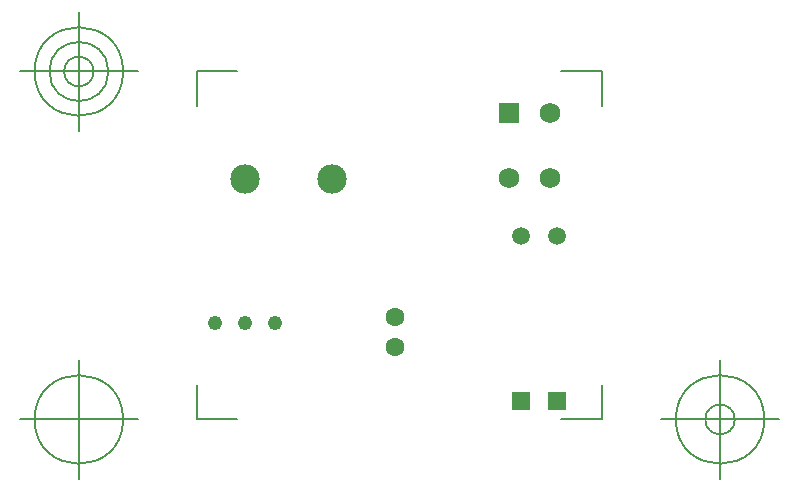
<source format=gbr>
G04 Generated by Ultiboard 14.2 *
%FSLAX24Y24*%
%MOIN*%

%ADD10C,0.0001*%
%ADD11C,0.0050*%
%ADD12C,0.0633*%
%ADD13C,0.0490*%
%ADD14C,0.0983*%
%ADD15C,0.0690*%
%ADD16R,0.0690X0.0690*%
%ADD17C,0.0591*%
%ADD18R,0.0591X0.0591*%


G04 ColorRGB FF00CC for the following layer *
%LNSolder Mask Top*%
%LPD*%
G54D10*
G54D11*
X-5800Y-5600D02*
X-5800Y-4440D01*
X-5800Y-5600D02*
X-4450Y-5600D01*
X7700Y-5600D02*
X6350Y-5600D01*
X7700Y-5600D02*
X7700Y-4440D01*
X7700Y6000D02*
X7700Y4840D01*
X7700Y6000D02*
X6350Y6000D01*
X-5800Y6000D02*
X-4450Y6000D01*
X-5800Y6000D02*
X-5800Y4840D01*
X-7769Y-5600D02*
X-11706Y-5600D01*
X-9737Y-7569D02*
X-9737Y-3632D01*
X-11213Y-5600D02*
G75*
D01*
G02X-11213Y-5600I1476J0*
G01*
X9669Y-5600D02*
X13606Y-5600D01*
X11637Y-7569D02*
X11637Y-3632D01*
X10161Y-5600D02*
G75*
D01*
G02X10161Y-5600I1476J0*
G01*
X11145Y-5600D02*
G75*
D01*
G02X11145Y-5600I492J0*
G01*
X-7769Y6000D02*
X-11706Y6000D01*
X-9737Y4031D02*
X-9737Y7969D01*
X-11213Y6000D02*
G75*
D01*
G02X-11213Y6000I1476J0*
G01*
X-10721Y6000D02*
G75*
D01*
G02X-10721Y6000I984J0*
G01*
X-10229Y6000D02*
G75*
D01*
G02X-10229Y6000I492J0*
G01*
G54D12*
X800Y-3200D03*
X800Y-2200D03*
G54D13*
X-5200Y-2400D03*
X-4200Y-2400D03*
X-3200Y-2400D03*
G54D14*
X-4200Y2400D03*
X-1283Y2400D03*
G54D15*
X5978Y2435D03*
X4600Y2435D03*
X5978Y4600D03*
G54D16*
X4600Y4600D03*
G54D17*
X5000Y512D03*
X6200Y512D03*
G54D18*
X5000Y-5000D03*
X6200Y-5000D03*

M02*

</source>
